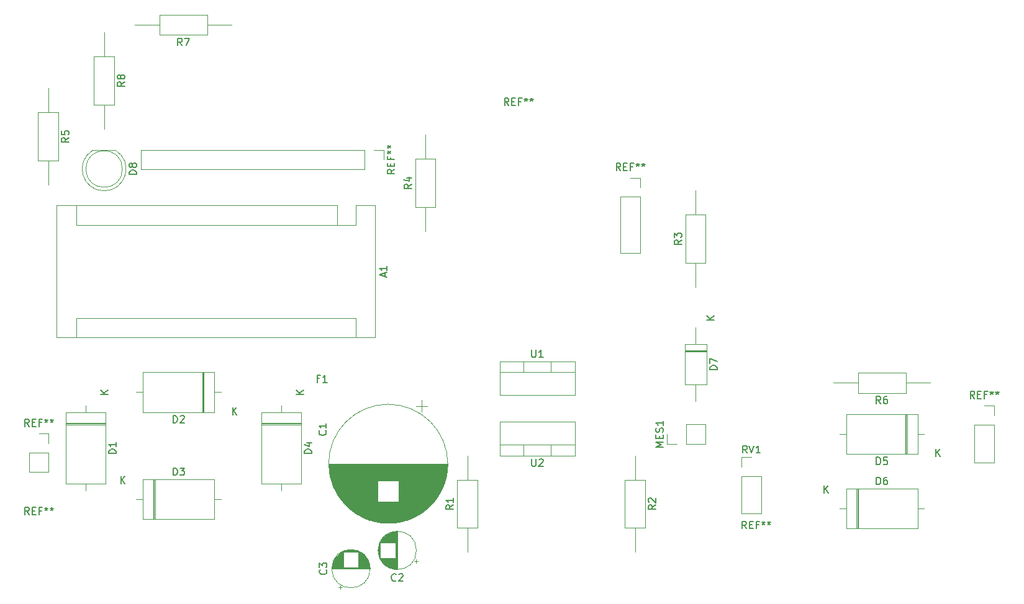
<source format=gbr>
%TF.GenerationSoftware,KiCad,Pcbnew,(6.0.5)*%
%TF.CreationDate,2022-12-29T23:16:15-04:00*%
%TF.ProjectId,Alimentation project,416c696d-656e-4746-9174-696f6e207072,rev?*%
%TF.SameCoordinates,Original*%
%TF.FileFunction,Legend,Top*%
%TF.FilePolarity,Positive*%
%FSLAX46Y46*%
G04 Gerber Fmt 4.6, Leading zero omitted, Abs format (unit mm)*
G04 Created by KiCad (PCBNEW (6.0.5)) date 2022-12-29 23:16:15*
%MOMM*%
%LPD*%
G01*
G04 APERTURE LIST*
%ADD10C,0.150000*%
%ADD11C,0.120000*%
G04 APERTURE END LIST*
D10*
%TO.C,MES1*%
X126392380Y-109688095D02*
X125392380Y-109688095D01*
X126106666Y-109354761D01*
X125392380Y-109021428D01*
X126392380Y-109021428D01*
X125868571Y-108545238D02*
X125868571Y-108211904D01*
X126392380Y-108069047D02*
X126392380Y-108545238D01*
X125392380Y-108545238D01*
X125392380Y-108069047D01*
X126344761Y-107688095D02*
X126392380Y-107545238D01*
X126392380Y-107307142D01*
X126344761Y-107211904D01*
X126297142Y-107164285D01*
X126201904Y-107116666D01*
X126106666Y-107116666D01*
X126011428Y-107164285D01*
X125963809Y-107211904D01*
X125916190Y-107307142D01*
X125868571Y-107497619D01*
X125820952Y-107592857D01*
X125773333Y-107640476D01*
X125678095Y-107688095D01*
X125582857Y-107688095D01*
X125487619Y-107640476D01*
X125440000Y-107592857D01*
X125392380Y-107497619D01*
X125392380Y-107259523D01*
X125440000Y-107116666D01*
X126392380Y-106164285D02*
X126392380Y-106735714D01*
X126392380Y-106450000D02*
X125392380Y-106450000D01*
X125535238Y-106545238D01*
X125630476Y-106640476D01*
X125678095Y-106735714D01*
%TO.C,REF\u002A\u002A*%
X120586666Y-71977380D02*
X120253333Y-71501190D01*
X120015238Y-71977380D02*
X120015238Y-70977380D01*
X120396190Y-70977380D01*
X120491428Y-71025000D01*
X120539047Y-71072619D01*
X120586666Y-71167857D01*
X120586666Y-71310714D01*
X120539047Y-71405952D01*
X120491428Y-71453571D01*
X120396190Y-71501190D01*
X120015238Y-71501190D01*
X121015238Y-71453571D02*
X121348571Y-71453571D01*
X121491428Y-71977380D02*
X121015238Y-71977380D01*
X121015238Y-70977380D01*
X121491428Y-70977380D01*
X122253333Y-71453571D02*
X121920000Y-71453571D01*
X121920000Y-71977380D02*
X121920000Y-70977380D01*
X122396190Y-70977380D01*
X122920000Y-70977380D02*
X122920000Y-71215476D01*
X122681904Y-71120238D02*
X122920000Y-71215476D01*
X123158095Y-71120238D01*
X122777142Y-71405952D02*
X122920000Y-71215476D01*
X123062857Y-71405952D01*
X123681904Y-70977380D02*
X123681904Y-71215476D01*
X123443809Y-71120238D02*
X123681904Y-71215476D01*
X123920000Y-71120238D01*
X123539047Y-71405952D02*
X123681904Y-71215476D01*
X123824761Y-71405952D01*
X105346666Y-63062380D02*
X105013333Y-62586190D01*
X104775238Y-63062380D02*
X104775238Y-62062380D01*
X105156190Y-62062380D01*
X105251428Y-62110000D01*
X105299047Y-62157619D01*
X105346666Y-62252857D01*
X105346666Y-62395714D01*
X105299047Y-62490952D01*
X105251428Y-62538571D01*
X105156190Y-62586190D01*
X104775238Y-62586190D01*
X105775238Y-62538571D02*
X106108571Y-62538571D01*
X106251428Y-63062380D02*
X105775238Y-63062380D01*
X105775238Y-62062380D01*
X106251428Y-62062380D01*
X107013333Y-62538571D02*
X106680000Y-62538571D01*
X106680000Y-63062380D02*
X106680000Y-62062380D01*
X107156190Y-62062380D01*
X107680000Y-62062380D02*
X107680000Y-62300476D01*
X107441904Y-62205238D02*
X107680000Y-62300476D01*
X107918095Y-62205238D01*
X107537142Y-62490952D02*
X107680000Y-62300476D01*
X107822857Y-62490952D01*
X108441904Y-62062380D02*
X108441904Y-62300476D01*
X108203809Y-62205238D02*
X108441904Y-62300476D01*
X108680000Y-62205238D01*
X108299047Y-62490952D02*
X108441904Y-62300476D01*
X108584761Y-62490952D01*
%TO.C,U1*%
X108458095Y-96457380D02*
X108458095Y-97266904D01*
X108505714Y-97362142D01*
X108553333Y-97409761D01*
X108648571Y-97457380D01*
X108839047Y-97457380D01*
X108934285Y-97409761D01*
X108981904Y-97362142D01*
X109029523Y-97266904D01*
X109029523Y-96457380D01*
X110029523Y-97457380D02*
X109458095Y-97457380D01*
X109743809Y-97457380D02*
X109743809Y-96457380D01*
X109648571Y-96600238D01*
X109553333Y-96695476D01*
X109458095Y-96743095D01*
%TO.C,RV1*%
X137834761Y-110532380D02*
X137501428Y-110056190D01*
X137263333Y-110532380D02*
X137263333Y-109532380D01*
X137644285Y-109532380D01*
X137739523Y-109580000D01*
X137787142Y-109627619D01*
X137834761Y-109722857D01*
X137834761Y-109865714D01*
X137787142Y-109960952D01*
X137739523Y-110008571D01*
X137644285Y-110056190D01*
X137263333Y-110056190D01*
X138120476Y-109532380D02*
X138453809Y-110532380D01*
X138787142Y-109532380D01*
X139644285Y-110532380D02*
X139072857Y-110532380D01*
X139358571Y-110532380D02*
X139358571Y-109532380D01*
X139263333Y-109675238D01*
X139168095Y-109770476D01*
X139072857Y-109818095D01*
%TO.C,D3*%
X59586904Y-113572380D02*
X59586904Y-112572380D01*
X59825000Y-112572380D01*
X59967857Y-112620000D01*
X60063095Y-112715238D01*
X60110714Y-112810476D01*
X60158333Y-113000952D01*
X60158333Y-113143809D01*
X60110714Y-113334285D01*
X60063095Y-113429523D01*
X59967857Y-113524761D01*
X59825000Y-113572380D01*
X59586904Y-113572380D01*
X60491666Y-112572380D02*
X61110714Y-112572380D01*
X60777380Y-112953333D01*
X60920238Y-112953333D01*
X61015476Y-113000952D01*
X61063095Y-113048571D01*
X61110714Y-113143809D01*
X61110714Y-113381904D01*
X61063095Y-113477142D01*
X61015476Y-113524761D01*
X60920238Y-113572380D01*
X60634523Y-113572380D01*
X60539285Y-113524761D01*
X60491666Y-113477142D01*
X52443095Y-114692380D02*
X52443095Y-113692380D01*
X53014523Y-114692380D02*
X52585952Y-114120952D01*
X53014523Y-113692380D02*
X52443095Y-114263809D01*
%TO.C,R3*%
X128892380Y-81446666D02*
X128416190Y-81780000D01*
X128892380Y-82018095D02*
X127892380Y-82018095D01*
X127892380Y-81637142D01*
X127940000Y-81541904D01*
X127987619Y-81494285D01*
X128082857Y-81446666D01*
X128225714Y-81446666D01*
X128320952Y-81494285D01*
X128368571Y-81541904D01*
X128416190Y-81637142D01*
X128416190Y-82018095D01*
X127892380Y-81113333D02*
X127892380Y-80494285D01*
X128273333Y-80827619D01*
X128273333Y-80684761D01*
X128320952Y-80589523D01*
X128368571Y-80541904D01*
X128463809Y-80494285D01*
X128701904Y-80494285D01*
X128797142Y-80541904D01*
X128844761Y-80589523D01*
X128892380Y-80684761D01*
X128892380Y-80970476D01*
X128844761Y-81065714D01*
X128797142Y-81113333D01*
%TO.C,R1*%
X97777380Y-117641666D02*
X97301190Y-117975000D01*
X97777380Y-118213095D02*
X96777380Y-118213095D01*
X96777380Y-117832142D01*
X96825000Y-117736904D01*
X96872619Y-117689285D01*
X96967857Y-117641666D01*
X97110714Y-117641666D01*
X97205952Y-117689285D01*
X97253571Y-117736904D01*
X97301190Y-117832142D01*
X97301190Y-118213095D01*
X97777380Y-116689285D02*
X97777380Y-117260714D01*
X97777380Y-116975000D02*
X96777380Y-116975000D01*
X96920238Y-117070238D01*
X97015476Y-117165476D01*
X97063095Y-117260714D01*
%TO.C,D7*%
X133732380Y-99163095D02*
X132732380Y-99163095D01*
X132732380Y-98925000D01*
X132780000Y-98782142D01*
X132875238Y-98686904D01*
X132970476Y-98639285D01*
X133160952Y-98591666D01*
X133303809Y-98591666D01*
X133494285Y-98639285D01*
X133589523Y-98686904D01*
X133684761Y-98782142D01*
X133732380Y-98925000D01*
X133732380Y-99163095D01*
X132732380Y-98258333D02*
X132732380Y-97591666D01*
X133732380Y-98020238D01*
X133362380Y-92336904D02*
X132362380Y-92336904D01*
X133362380Y-91765476D02*
X132790952Y-92194047D01*
X132362380Y-91765476D02*
X132933809Y-92336904D01*
%TO.C,REF\u002A\u002A*%
X89762380Y-71818333D02*
X89286190Y-72151666D01*
X89762380Y-72389761D02*
X88762380Y-72389761D01*
X88762380Y-72008809D01*
X88810000Y-71913571D01*
X88857619Y-71865952D01*
X88952857Y-71818333D01*
X89095714Y-71818333D01*
X89190952Y-71865952D01*
X89238571Y-71913571D01*
X89286190Y-72008809D01*
X89286190Y-72389761D01*
X89238571Y-71389761D02*
X89238571Y-71056428D01*
X89762380Y-70913571D02*
X89762380Y-71389761D01*
X88762380Y-71389761D01*
X88762380Y-70913571D01*
X89238571Y-70151666D02*
X89238571Y-70485000D01*
X89762380Y-70485000D02*
X88762380Y-70485000D01*
X88762380Y-70008809D01*
X88762380Y-69485000D02*
X89000476Y-69485000D01*
X88905238Y-69723095D02*
X89000476Y-69485000D01*
X88905238Y-69246904D01*
X89190952Y-69627857D02*
X89000476Y-69485000D01*
X89190952Y-69342142D01*
X88762380Y-68723095D02*
X89000476Y-68723095D01*
X88905238Y-68961190D02*
X89000476Y-68723095D01*
X88905238Y-68485000D01*
X89190952Y-68865952D02*
X89000476Y-68723095D01*
X89190952Y-68580238D01*
%TO.C,C1*%
X80367142Y-107481666D02*
X80414761Y-107529285D01*
X80462380Y-107672142D01*
X80462380Y-107767380D01*
X80414761Y-107910238D01*
X80319523Y-108005476D01*
X80224285Y-108053095D01*
X80033809Y-108100714D01*
X79890952Y-108100714D01*
X79700476Y-108053095D01*
X79605238Y-108005476D01*
X79510000Y-107910238D01*
X79462380Y-107767380D01*
X79462380Y-107672142D01*
X79510000Y-107529285D01*
X79557619Y-107481666D01*
X80462380Y-106529285D02*
X80462380Y-107100714D01*
X80462380Y-106815000D02*
X79462380Y-106815000D01*
X79605238Y-106910238D01*
X79700476Y-107005476D01*
X79748095Y-107100714D01*
%TO.C,R8*%
X52987380Y-59856666D02*
X52511190Y-60190000D01*
X52987380Y-60428095D02*
X51987380Y-60428095D01*
X51987380Y-60047142D01*
X52035000Y-59951904D01*
X52082619Y-59904285D01*
X52177857Y-59856666D01*
X52320714Y-59856666D01*
X52415952Y-59904285D01*
X52463571Y-59951904D01*
X52511190Y-60047142D01*
X52511190Y-60428095D01*
X52415952Y-59285238D02*
X52368333Y-59380476D01*
X52320714Y-59428095D01*
X52225476Y-59475714D01*
X52177857Y-59475714D01*
X52082619Y-59428095D01*
X52035000Y-59380476D01*
X51987380Y-59285238D01*
X51987380Y-59094761D01*
X52035000Y-58999523D01*
X52082619Y-58951904D01*
X52177857Y-58904285D01*
X52225476Y-58904285D01*
X52320714Y-58951904D01*
X52368333Y-58999523D01*
X52415952Y-59094761D01*
X52415952Y-59285238D01*
X52463571Y-59380476D01*
X52511190Y-59428095D01*
X52606428Y-59475714D01*
X52796904Y-59475714D01*
X52892142Y-59428095D01*
X52939761Y-59380476D01*
X52987380Y-59285238D01*
X52987380Y-59094761D01*
X52939761Y-58999523D01*
X52892142Y-58951904D01*
X52796904Y-58904285D01*
X52606428Y-58904285D01*
X52511190Y-58951904D01*
X52463571Y-58999523D01*
X52415952Y-59094761D01*
%TO.C,REF\u002A\u002A*%
X39941666Y-118942380D02*
X39608333Y-118466190D01*
X39370238Y-118942380D02*
X39370238Y-117942380D01*
X39751190Y-117942380D01*
X39846428Y-117990000D01*
X39894047Y-118037619D01*
X39941666Y-118132857D01*
X39941666Y-118275714D01*
X39894047Y-118370952D01*
X39846428Y-118418571D01*
X39751190Y-118466190D01*
X39370238Y-118466190D01*
X40370238Y-118418571D02*
X40703571Y-118418571D01*
X40846428Y-118942380D02*
X40370238Y-118942380D01*
X40370238Y-117942380D01*
X40846428Y-117942380D01*
X41608333Y-118418571D02*
X41275000Y-118418571D01*
X41275000Y-118942380D02*
X41275000Y-117942380D01*
X41751190Y-117942380D01*
X42275000Y-117942380D02*
X42275000Y-118180476D01*
X42036904Y-118085238D02*
X42275000Y-118180476D01*
X42513095Y-118085238D01*
X42132142Y-118370952D02*
X42275000Y-118180476D01*
X42417857Y-118370952D01*
X43036904Y-117942380D02*
X43036904Y-118180476D01*
X42798809Y-118085238D02*
X43036904Y-118180476D01*
X43275000Y-118085238D01*
X42894047Y-118370952D02*
X43036904Y-118180476D01*
X43179761Y-118370952D01*
%TO.C,U2*%
X108458095Y-111347380D02*
X108458095Y-112156904D01*
X108505714Y-112252142D01*
X108553333Y-112299761D01*
X108648571Y-112347380D01*
X108839047Y-112347380D01*
X108934285Y-112299761D01*
X108981904Y-112252142D01*
X109029523Y-112156904D01*
X109029523Y-111347380D01*
X109458095Y-111442619D02*
X109505714Y-111395000D01*
X109600952Y-111347380D01*
X109839047Y-111347380D01*
X109934285Y-111395000D01*
X109981904Y-111442619D01*
X110029523Y-111537857D01*
X110029523Y-111633095D01*
X109981904Y-111775952D01*
X109410476Y-112347380D01*
X110029523Y-112347380D01*
%TO.C,C2*%
X89958446Y-127932142D02*
X89910827Y-127979761D01*
X89767970Y-128027380D01*
X89672732Y-128027380D01*
X89529874Y-127979761D01*
X89434636Y-127884523D01*
X89387017Y-127789285D01*
X89339398Y-127598809D01*
X89339398Y-127455952D01*
X89387017Y-127265476D01*
X89434636Y-127170238D01*
X89529874Y-127075000D01*
X89672732Y-127027380D01*
X89767970Y-127027380D01*
X89910827Y-127075000D01*
X89958446Y-127122619D01*
X90339398Y-127122619D02*
X90387017Y-127075000D01*
X90482255Y-127027380D01*
X90720351Y-127027380D01*
X90815589Y-127075000D01*
X90863208Y-127122619D01*
X90910827Y-127217857D01*
X90910827Y-127313095D01*
X90863208Y-127455952D01*
X90291779Y-128027380D01*
X90910827Y-128027380D01*
%TO.C,D1*%
X51797380Y-110593095D02*
X50797380Y-110593095D01*
X50797380Y-110355000D01*
X50845000Y-110212142D01*
X50940238Y-110116904D01*
X51035476Y-110069285D01*
X51225952Y-110021666D01*
X51368809Y-110021666D01*
X51559285Y-110069285D01*
X51654523Y-110116904D01*
X51749761Y-110212142D01*
X51797380Y-110355000D01*
X51797380Y-110593095D01*
X51797380Y-109069285D02*
X51797380Y-109640714D01*
X51797380Y-109355000D02*
X50797380Y-109355000D01*
X50940238Y-109450238D01*
X51035476Y-109545476D01*
X51083095Y-109640714D01*
X50677380Y-102496904D02*
X49677380Y-102496904D01*
X50677380Y-101925476D02*
X50105952Y-102354047D01*
X49677380Y-101925476D02*
X50248809Y-102496904D01*
%TO.C,C3*%
X80427142Y-126486779D02*
X80474761Y-126534398D01*
X80522380Y-126677255D01*
X80522380Y-126772493D01*
X80474761Y-126915351D01*
X80379523Y-127010589D01*
X80284285Y-127058208D01*
X80093809Y-127105827D01*
X79950952Y-127105827D01*
X79760476Y-127058208D01*
X79665238Y-127010589D01*
X79570000Y-126915351D01*
X79522380Y-126772493D01*
X79522380Y-126677255D01*
X79570000Y-126534398D01*
X79617619Y-126486779D01*
X79522380Y-126153446D02*
X79522380Y-125534398D01*
X79903333Y-125867732D01*
X79903333Y-125724874D01*
X79950952Y-125629636D01*
X79998571Y-125582017D01*
X80093809Y-125534398D01*
X80331904Y-125534398D01*
X80427142Y-125582017D01*
X80474761Y-125629636D01*
X80522380Y-125724874D01*
X80522380Y-126010589D01*
X80474761Y-126105827D01*
X80427142Y-126153446D01*
%TO.C,A1*%
X88431666Y-86449285D02*
X88431666Y-85973095D01*
X88717380Y-86544523D02*
X87717380Y-86211190D01*
X88717380Y-85877857D01*
X88717380Y-85020714D02*
X88717380Y-85592142D01*
X88717380Y-85306428D02*
X87717380Y-85306428D01*
X87860238Y-85401666D01*
X87955476Y-85496904D01*
X88003095Y-85592142D01*
%TO.C,D2*%
X59586904Y-106407380D02*
X59586904Y-105407380D01*
X59825000Y-105407380D01*
X59967857Y-105455000D01*
X60063095Y-105550238D01*
X60110714Y-105645476D01*
X60158333Y-105835952D01*
X60158333Y-105978809D01*
X60110714Y-106169285D01*
X60063095Y-106264523D01*
X59967857Y-106359761D01*
X59825000Y-106407380D01*
X59586904Y-106407380D01*
X60539285Y-105502619D02*
X60586904Y-105455000D01*
X60682142Y-105407380D01*
X60920238Y-105407380D01*
X61015476Y-105455000D01*
X61063095Y-105502619D01*
X61110714Y-105597857D01*
X61110714Y-105693095D01*
X61063095Y-105835952D01*
X60491666Y-106407380D01*
X61110714Y-106407380D01*
X67683095Y-105287380D02*
X67683095Y-104287380D01*
X68254523Y-105287380D02*
X67825952Y-104715952D01*
X68254523Y-104287380D02*
X67683095Y-104858809D01*
%TO.C,R7*%
X60793333Y-54892380D02*
X60460000Y-54416190D01*
X60221904Y-54892380D02*
X60221904Y-53892380D01*
X60602857Y-53892380D01*
X60698095Y-53940000D01*
X60745714Y-53987619D01*
X60793333Y-54082857D01*
X60793333Y-54225714D01*
X60745714Y-54320952D01*
X60698095Y-54368571D01*
X60602857Y-54416190D01*
X60221904Y-54416190D01*
X61126666Y-53892380D02*
X61793333Y-53892380D01*
X61364761Y-54892380D01*
%TO.C,REF\u002A\u002A*%
X168846666Y-103092380D02*
X168513333Y-102616190D01*
X168275238Y-103092380D02*
X168275238Y-102092380D01*
X168656190Y-102092380D01*
X168751428Y-102140000D01*
X168799047Y-102187619D01*
X168846666Y-102282857D01*
X168846666Y-102425714D01*
X168799047Y-102520952D01*
X168751428Y-102568571D01*
X168656190Y-102616190D01*
X168275238Y-102616190D01*
X169275238Y-102568571D02*
X169608571Y-102568571D01*
X169751428Y-103092380D02*
X169275238Y-103092380D01*
X169275238Y-102092380D01*
X169751428Y-102092380D01*
X170513333Y-102568571D02*
X170180000Y-102568571D01*
X170180000Y-103092380D02*
X170180000Y-102092380D01*
X170656190Y-102092380D01*
X171180000Y-102092380D02*
X171180000Y-102330476D01*
X170941904Y-102235238D02*
X171180000Y-102330476D01*
X171418095Y-102235238D01*
X171037142Y-102520952D02*
X171180000Y-102330476D01*
X171322857Y-102520952D01*
X171941904Y-102092380D02*
X171941904Y-102330476D01*
X171703809Y-102235238D02*
X171941904Y-102330476D01*
X172180000Y-102235238D01*
X171799047Y-102520952D02*
X171941904Y-102330476D01*
X172084761Y-102520952D01*
%TO.C,R2*%
X125377380Y-117641666D02*
X124901190Y-117975000D01*
X125377380Y-118213095D02*
X124377380Y-118213095D01*
X124377380Y-117832142D01*
X124425000Y-117736904D01*
X124472619Y-117689285D01*
X124567857Y-117641666D01*
X124710714Y-117641666D01*
X124805952Y-117689285D01*
X124853571Y-117736904D01*
X124901190Y-117832142D01*
X124901190Y-118213095D01*
X124472619Y-117260714D02*
X124425000Y-117213095D01*
X124377380Y-117117857D01*
X124377380Y-116879761D01*
X124425000Y-116784523D01*
X124472619Y-116736904D01*
X124567857Y-116689285D01*
X124663095Y-116689285D01*
X124805952Y-116736904D01*
X125377380Y-117308333D01*
X125377380Y-116689285D01*
%TO.C,R6*%
X156043333Y-103787380D02*
X155710000Y-103311190D01*
X155471904Y-103787380D02*
X155471904Y-102787380D01*
X155852857Y-102787380D01*
X155948095Y-102835000D01*
X155995714Y-102882619D01*
X156043333Y-102977857D01*
X156043333Y-103120714D01*
X155995714Y-103215952D01*
X155948095Y-103263571D01*
X155852857Y-103311190D01*
X155471904Y-103311190D01*
X156900476Y-102787380D02*
X156710000Y-102787380D01*
X156614761Y-102835000D01*
X156567142Y-102882619D01*
X156471904Y-103025476D01*
X156424285Y-103215952D01*
X156424285Y-103596904D01*
X156471904Y-103692142D01*
X156519523Y-103739761D01*
X156614761Y-103787380D01*
X156805238Y-103787380D01*
X156900476Y-103739761D01*
X156948095Y-103692142D01*
X156995714Y-103596904D01*
X156995714Y-103358809D01*
X156948095Y-103263571D01*
X156900476Y-103215952D01*
X156805238Y-103168333D01*
X156614761Y-103168333D01*
X156519523Y-103215952D01*
X156471904Y-103263571D01*
X156424285Y-103358809D01*
%TO.C,F1*%
X79526666Y-100358571D02*
X79193333Y-100358571D01*
X79193333Y-100882380D02*
X79193333Y-99882380D01*
X79669523Y-99882380D01*
X80574285Y-100882380D02*
X80002857Y-100882380D01*
X80288571Y-100882380D02*
X80288571Y-99882380D01*
X80193333Y-100025238D01*
X80098095Y-100120476D01*
X80002857Y-100168095D01*
%TO.C,D5*%
X155471904Y-112122380D02*
X155471904Y-111122380D01*
X155710000Y-111122380D01*
X155852857Y-111170000D01*
X155948095Y-111265238D01*
X155995714Y-111360476D01*
X156043333Y-111550952D01*
X156043333Y-111693809D01*
X155995714Y-111884285D01*
X155948095Y-111979523D01*
X155852857Y-112074761D01*
X155710000Y-112122380D01*
X155471904Y-112122380D01*
X156948095Y-111122380D02*
X156471904Y-111122380D01*
X156424285Y-111598571D01*
X156471904Y-111550952D01*
X156567142Y-111503333D01*
X156805238Y-111503333D01*
X156900476Y-111550952D01*
X156948095Y-111598571D01*
X156995714Y-111693809D01*
X156995714Y-111931904D01*
X156948095Y-112027142D01*
X156900476Y-112074761D01*
X156805238Y-112122380D01*
X156567142Y-112122380D01*
X156471904Y-112074761D01*
X156424285Y-112027142D01*
X163568095Y-111002380D02*
X163568095Y-110002380D01*
X164139523Y-111002380D02*
X163710952Y-110430952D01*
X164139523Y-110002380D02*
X163568095Y-110573809D01*
%TO.C,D6*%
X155471904Y-114842380D02*
X155471904Y-113842380D01*
X155710000Y-113842380D01*
X155852857Y-113890000D01*
X155948095Y-113985238D01*
X155995714Y-114080476D01*
X156043333Y-114270952D01*
X156043333Y-114413809D01*
X155995714Y-114604285D01*
X155948095Y-114699523D01*
X155852857Y-114794761D01*
X155710000Y-114842380D01*
X155471904Y-114842380D01*
X156900476Y-113842380D02*
X156710000Y-113842380D01*
X156614761Y-113890000D01*
X156567142Y-113937619D01*
X156471904Y-114080476D01*
X156424285Y-114270952D01*
X156424285Y-114651904D01*
X156471904Y-114747142D01*
X156519523Y-114794761D01*
X156614761Y-114842380D01*
X156805238Y-114842380D01*
X156900476Y-114794761D01*
X156948095Y-114747142D01*
X156995714Y-114651904D01*
X156995714Y-114413809D01*
X156948095Y-114318571D01*
X156900476Y-114270952D01*
X156805238Y-114223333D01*
X156614761Y-114223333D01*
X156519523Y-114270952D01*
X156471904Y-114318571D01*
X156424285Y-114413809D01*
X148328095Y-115962380D02*
X148328095Y-114962380D01*
X148899523Y-115962380D02*
X148470952Y-115390952D01*
X148899523Y-114962380D02*
X148328095Y-115533809D01*
%TO.C,D4*%
X78467380Y-110593095D02*
X77467380Y-110593095D01*
X77467380Y-110355000D01*
X77515000Y-110212142D01*
X77610238Y-110116904D01*
X77705476Y-110069285D01*
X77895952Y-110021666D01*
X78038809Y-110021666D01*
X78229285Y-110069285D01*
X78324523Y-110116904D01*
X78419761Y-110212142D01*
X78467380Y-110355000D01*
X78467380Y-110593095D01*
X77800714Y-109164523D02*
X78467380Y-109164523D01*
X77419761Y-109402619D02*
X78134047Y-109640714D01*
X78134047Y-109021666D01*
X77347380Y-102496904D02*
X76347380Y-102496904D01*
X77347380Y-101925476D02*
X76775952Y-102354047D01*
X76347380Y-101925476D02*
X76918809Y-102496904D01*
%TO.C,D8*%
X54577380Y-72493095D02*
X53577380Y-72493095D01*
X53577380Y-72255000D01*
X53625000Y-72112142D01*
X53720238Y-72016904D01*
X53815476Y-71969285D01*
X54005952Y-71921666D01*
X54148809Y-71921666D01*
X54339285Y-71969285D01*
X54434523Y-72016904D01*
X54529761Y-72112142D01*
X54577380Y-72255000D01*
X54577380Y-72493095D01*
X54005952Y-71350238D02*
X53958333Y-71445476D01*
X53910714Y-71493095D01*
X53815476Y-71540714D01*
X53767857Y-71540714D01*
X53672619Y-71493095D01*
X53625000Y-71445476D01*
X53577380Y-71350238D01*
X53577380Y-71159761D01*
X53625000Y-71064523D01*
X53672619Y-71016904D01*
X53767857Y-70969285D01*
X53815476Y-70969285D01*
X53910714Y-71016904D01*
X53958333Y-71064523D01*
X54005952Y-71159761D01*
X54005952Y-71350238D01*
X54053571Y-71445476D01*
X54101190Y-71493095D01*
X54196428Y-71540714D01*
X54386904Y-71540714D01*
X54482142Y-71493095D01*
X54529761Y-71445476D01*
X54577380Y-71350238D01*
X54577380Y-71159761D01*
X54529761Y-71064523D01*
X54482142Y-71016904D01*
X54386904Y-70969285D01*
X54196428Y-70969285D01*
X54101190Y-71016904D01*
X54053571Y-71064523D01*
X54005952Y-71159761D01*
%TO.C,R4*%
X92062380Y-73826666D02*
X91586190Y-74160000D01*
X92062380Y-74398095D02*
X91062380Y-74398095D01*
X91062380Y-74017142D01*
X91110000Y-73921904D01*
X91157619Y-73874285D01*
X91252857Y-73826666D01*
X91395714Y-73826666D01*
X91490952Y-73874285D01*
X91538571Y-73921904D01*
X91586190Y-74017142D01*
X91586190Y-74398095D01*
X91395714Y-72969523D02*
X92062380Y-72969523D01*
X91014761Y-73207619D02*
X91729047Y-73445714D01*
X91729047Y-72826666D01*
%TO.C,REF\u002A\u002A*%
X39941666Y-106902380D02*
X39608333Y-106426190D01*
X39370238Y-106902380D02*
X39370238Y-105902380D01*
X39751190Y-105902380D01*
X39846428Y-105950000D01*
X39894047Y-105997619D01*
X39941666Y-106092857D01*
X39941666Y-106235714D01*
X39894047Y-106330952D01*
X39846428Y-106378571D01*
X39751190Y-106426190D01*
X39370238Y-106426190D01*
X40370238Y-106378571D02*
X40703571Y-106378571D01*
X40846428Y-106902380D02*
X40370238Y-106902380D01*
X40370238Y-105902380D01*
X40846428Y-105902380D01*
X41608333Y-106378571D02*
X41275000Y-106378571D01*
X41275000Y-106902380D02*
X41275000Y-105902380D01*
X41751190Y-105902380D01*
X42275000Y-105902380D02*
X42275000Y-106140476D01*
X42036904Y-106045238D02*
X42275000Y-106140476D01*
X42513095Y-106045238D01*
X42132142Y-106330952D02*
X42275000Y-106140476D01*
X42417857Y-106330952D01*
X43036904Y-105902380D02*
X43036904Y-106140476D01*
X42798809Y-106045238D02*
X43036904Y-106140476D01*
X43275000Y-106045238D01*
X42894047Y-106330952D02*
X43036904Y-106140476D01*
X43179761Y-106330952D01*
X137731666Y-120847380D02*
X137398333Y-120371190D01*
X137160238Y-120847380D02*
X137160238Y-119847380D01*
X137541190Y-119847380D01*
X137636428Y-119895000D01*
X137684047Y-119942619D01*
X137731666Y-120037857D01*
X137731666Y-120180714D01*
X137684047Y-120275952D01*
X137636428Y-120323571D01*
X137541190Y-120371190D01*
X137160238Y-120371190D01*
X138160238Y-120323571D02*
X138493571Y-120323571D01*
X138636428Y-120847380D02*
X138160238Y-120847380D01*
X138160238Y-119847380D01*
X138636428Y-119847380D01*
X139398333Y-120323571D02*
X139065000Y-120323571D01*
X139065000Y-120847380D02*
X139065000Y-119847380D01*
X139541190Y-119847380D01*
X140065000Y-119847380D02*
X140065000Y-120085476D01*
X139826904Y-119990238D02*
X140065000Y-120085476D01*
X140303095Y-119990238D01*
X139922142Y-120275952D02*
X140065000Y-120085476D01*
X140207857Y-120275952D01*
X140826904Y-119847380D02*
X140826904Y-120085476D01*
X140588809Y-119990238D02*
X140826904Y-120085476D01*
X141065000Y-119990238D01*
X140684047Y-120275952D02*
X140826904Y-120085476D01*
X140969761Y-120275952D01*
%TO.C,R5*%
X45367380Y-67476666D02*
X44891190Y-67810000D01*
X45367380Y-68048095D02*
X44367380Y-68048095D01*
X44367380Y-67667142D01*
X44415000Y-67571904D01*
X44462619Y-67524285D01*
X44557857Y-67476666D01*
X44700714Y-67476666D01*
X44795952Y-67524285D01*
X44843571Y-67571904D01*
X44891190Y-67667142D01*
X44891190Y-68048095D01*
X44367380Y-66571904D02*
X44367380Y-67048095D01*
X44843571Y-67095714D01*
X44795952Y-67048095D01*
X44748333Y-66952857D01*
X44748333Y-66714761D01*
X44795952Y-66619523D01*
X44843571Y-66571904D01*
X44938809Y-66524285D01*
X45176904Y-66524285D01*
X45272142Y-66571904D01*
X45319761Y-66619523D01*
X45367380Y-66714761D01*
X45367380Y-66952857D01*
X45319761Y-67048095D01*
X45272142Y-67095714D01*
D11*
%TO.C,MES1*%
X129540000Y-109280000D02*
X132140000Y-109280000D01*
X132140000Y-109280000D02*
X132140000Y-106620000D01*
X129540000Y-106620000D02*
X132140000Y-106620000D01*
X128270000Y-109280000D02*
X126940000Y-109280000D01*
X126940000Y-109280000D02*
X126940000Y-107950000D01*
X129540000Y-109280000D02*
X129540000Y-106620000D01*
%TO.C,REF\u002A\u002A*%
X120590000Y-83245000D02*
X123250000Y-83245000D01*
X120590000Y-75565000D02*
X120590000Y-83245000D01*
X123250000Y-75565000D02*
X123250000Y-83245000D01*
X121920000Y-72965000D02*
X123250000Y-72965000D01*
X123250000Y-72965000D02*
X123250000Y-74295000D01*
X120590000Y-75565000D02*
X123250000Y-75565000D01*
%TO.C,U1*%
X114340000Y-98005000D02*
X114340000Y-102646000D01*
X104100000Y-99515000D02*
X114340000Y-99515000D01*
X104100000Y-102646000D02*
X114340000Y-102646000D01*
X111071000Y-98005000D02*
X111071000Y-99515000D01*
X104100000Y-98005000D02*
X104100000Y-102646000D01*
X104100000Y-98005000D02*
X114340000Y-98005000D01*
X107370000Y-98005000D02*
X107370000Y-99515000D01*
%TO.C,RV1*%
X137100000Y-113680000D02*
X139760000Y-113680000D01*
X137100000Y-118820000D02*
X139760000Y-118820000D01*
X137100000Y-111080000D02*
X138430000Y-111080000D01*
X139760000Y-113680000D02*
X139760000Y-118820000D01*
X137100000Y-112410000D02*
X137100000Y-111080000D01*
X137100000Y-113680000D02*
X137100000Y-118820000D01*
%TO.C,D3*%
X55455000Y-119560000D02*
X65195000Y-119560000D01*
X55455000Y-114120000D02*
X55455000Y-119560000D01*
X65195000Y-119560000D02*
X65195000Y-114120000D01*
X57000000Y-114120000D02*
X57000000Y-119560000D01*
X65195000Y-114120000D02*
X55455000Y-114120000D01*
X56880000Y-114120000D02*
X56880000Y-119560000D01*
X54545000Y-116840000D02*
X55455000Y-116840000D01*
X66105000Y-116840000D02*
X65195000Y-116840000D01*
X57120000Y-114120000D02*
X57120000Y-119560000D01*
%TO.C,R3*%
X129440000Y-78010000D02*
X129440000Y-84550000D01*
X130810000Y-74700000D02*
X130810000Y-78010000D01*
X130810000Y-87860000D02*
X130810000Y-84550000D01*
X129440000Y-84550000D02*
X132180000Y-84550000D01*
X132180000Y-78010000D02*
X129440000Y-78010000D01*
X132180000Y-84550000D02*
X132180000Y-78010000D01*
%TO.C,R1*%
X98325000Y-120745000D02*
X101065000Y-120745000D01*
X99695000Y-124055000D02*
X99695000Y-120745000D01*
X101065000Y-114205000D02*
X98325000Y-114205000D01*
X101065000Y-120745000D02*
X101065000Y-114205000D01*
X99695000Y-110895000D02*
X99695000Y-114205000D01*
X98325000Y-114205000D02*
X98325000Y-120745000D01*
%TO.C,D7*%
X132280000Y-96485000D02*
X129340000Y-96485000D01*
X129340000Y-101145000D02*
X132280000Y-101145000D01*
X130810000Y-93415000D02*
X130810000Y-95705000D01*
X132280000Y-95705000D02*
X129340000Y-95705000D01*
X129340000Y-95705000D02*
X129340000Y-101145000D01*
X132280000Y-96605000D02*
X129340000Y-96605000D01*
X130810000Y-103435000D02*
X130810000Y-101145000D01*
X132280000Y-101145000D02*
X132280000Y-95705000D01*
X132280000Y-96725000D02*
X129340000Y-96725000D01*
%TO.C,REF\u002A\u002A*%
X85710000Y-71815000D02*
X55170000Y-71815000D01*
X88310000Y-69155000D02*
X88310000Y-70485000D01*
X86980000Y-69155000D02*
X88310000Y-69155000D01*
X85710000Y-69155000D02*
X85710000Y-71815000D01*
X85710000Y-69155000D02*
X55170000Y-69155000D01*
X55170000Y-69155000D02*
X55170000Y-71815000D01*
%TO.C,C1*%
X87460000Y-114358246D02*
X81170000Y-114358246D01*
X87460000Y-116878246D02*
X82450000Y-116878246D01*
X87460000Y-115918246D02*
X81828000Y-115918246D01*
X96966000Y-112477246D02*
X80834000Y-112477246D01*
X87460000Y-115758246D02*
X81743000Y-115758246D01*
X96654000Y-114278246D02*
X81146000Y-114278246D01*
X96958000Y-112597246D02*
X80842000Y-112597246D01*
X96099000Y-115678246D02*
X90340000Y-115678246D01*
X94852000Y-117478246D02*
X82948000Y-117478246D01*
X96374000Y-115078246D02*
X90340000Y-115078246D01*
X95736000Y-116318246D02*
X90340000Y-116318246D01*
X87460000Y-114598246D02*
X81247000Y-114598246D01*
X93419000Y-118718246D02*
X84381000Y-118718246D01*
X94889000Y-117438246D02*
X82911000Y-117438246D01*
X93298000Y-118798246D02*
X84502000Y-118798246D01*
X96897000Y-113158246D02*
X80903000Y-113158246D01*
X95904000Y-116038246D02*
X90340000Y-116038246D01*
X87460000Y-114558246D02*
X81234000Y-114558246D01*
X87460000Y-114478246D02*
X81207000Y-114478246D01*
X92537000Y-119238246D02*
X85263000Y-119238246D01*
X87460000Y-115478246D02*
X81603000Y-115478246D01*
X96234000Y-115398246D02*
X90340000Y-115398246D01*
X87460000Y-116238246D02*
X82014000Y-116238246D01*
X96961000Y-112557246D02*
X80839000Y-112557246D01*
X87460000Y-115798246D02*
X81764000Y-115798246D01*
X95227000Y-117038246D02*
X90340000Y-117038246D01*
X96306000Y-115238246D02*
X90340000Y-115238246D01*
X87460000Y-116838246D02*
X82420000Y-116838246D01*
X93455000Y-103307755D02*
X93455000Y-104907755D01*
X96677000Y-114198246D02*
X81123000Y-114198246D01*
X96964000Y-112517246D02*
X80836000Y-112517246D01*
X87460000Y-114838246D02*
X81332000Y-114838246D01*
X87460000Y-116758246D02*
X82361000Y-116758246D01*
X96937000Y-112838246D02*
X80863000Y-112838246D01*
X87460000Y-115158246D02*
X81460000Y-115158246D01*
X95810000Y-116198246D02*
X90340000Y-116198246D01*
X93173000Y-118878246D02*
X84627000Y-118878246D01*
X87460000Y-115358246D02*
X81547000Y-115358246D01*
X87460000Y-116718246D02*
X82332000Y-116718246D01*
X95659000Y-116438246D02*
X90340000Y-116438246D01*
X95063000Y-117238246D02*
X82737000Y-117238246D01*
X91924000Y-119518246D02*
X85876000Y-119518246D01*
X96813000Y-113638246D02*
X80987000Y-113638246D01*
X96482000Y-114798246D02*
X90340000Y-114798246D01*
X96837000Y-113518246D02*
X80963000Y-113518246D01*
X95524000Y-116638246D02*
X90340000Y-116638246D01*
X96216000Y-115438246D02*
X90340000Y-115438246D01*
X87460000Y-115998246D02*
X81873000Y-115998246D01*
X95195000Y-117078246D02*
X90340000Y-117078246D01*
X93534000Y-118638246D02*
X84266000Y-118638246D01*
X96740000Y-113958246D02*
X81060000Y-113958246D01*
X87460000Y-114918246D02*
X81363000Y-114918246D01*
X95468000Y-116718246D02*
X90340000Y-116718246D01*
X96981000Y-111997246D02*
X80819000Y-111997246D01*
X87460000Y-116118246D02*
X81942000Y-116118246D01*
X96914000Y-113038246D02*
X80886000Y-113038246D01*
X96390000Y-115038246D02*
X90340000Y-115038246D01*
X87460000Y-114398246D02*
X81182000Y-114398246D01*
X96057000Y-115758246D02*
X90340000Y-115758246D01*
X96406000Y-114998246D02*
X90340000Y-114998246D01*
X87460000Y-115718246D02*
X81722000Y-115718246D01*
X95881000Y-116078246D02*
X90340000Y-116078246D01*
X96973000Y-112357246D02*
X80827000Y-112357246D01*
X87460000Y-116998246D02*
X82542000Y-116998246D01*
X95606000Y-116518246D02*
X90340000Y-116518246D01*
X94104000Y-118198246D02*
X83696000Y-118198246D01*
X87460000Y-115398246D02*
X81566000Y-115398246D01*
X95130000Y-117158246D02*
X90340000Y-117158246D01*
X87460000Y-116638246D02*
X82276000Y-116638246D01*
X96289000Y-115278246D02*
X90340000Y-115278246D01*
X87460000Y-114438246D02*
X81195000Y-114438246D01*
X91497000Y-119678246D02*
X86303000Y-119678246D01*
X94332000Y-117998246D02*
X83468000Y-117998246D01*
X96511000Y-114718246D02*
X90340000Y-114718246D01*
X96036000Y-115798246D02*
X90340000Y-115798246D01*
X96976000Y-112277246D02*
X80824000Y-112277246D01*
X93754000Y-118478246D02*
X84046000Y-118478246D01*
X87460000Y-114758246D02*
X81303000Y-114758246D01*
X96949000Y-112718246D02*
X80851000Y-112718246D01*
X87460000Y-114518246D02*
X81220000Y-114518246D01*
X96980000Y-112077246D02*
X80820000Y-112077246D01*
X96139000Y-115598246D02*
X90340000Y-115598246D01*
X96119000Y-115638246D02*
X90340000Y-115638246D01*
X87460000Y-117158246D02*
X82670000Y-117158246D01*
X90251000Y-119998246D02*
X87549000Y-119998246D01*
X87460000Y-114958246D02*
X81378000Y-114958246D01*
X95410000Y-116798246D02*
X90340000Y-116798246D01*
X87460000Y-116678246D02*
X82304000Y-116678246D01*
X91611000Y-119638246D02*
X86189000Y-119638246D01*
X96879000Y-113278246D02*
X80921000Y-113278246D01*
X96340000Y-115158246D02*
X90340000Y-115158246D01*
X96580000Y-114518246D02*
X90340000Y-114518246D01*
X95834000Y-116158246D02*
X90340000Y-116158246D01*
X95439000Y-116758246D02*
X90340000Y-116758246D01*
X92375000Y-119318246D02*
X85425000Y-119318246D01*
X90820000Y-119878246D02*
X86980000Y-119878246D01*
X95496000Y-116678246D02*
X90340000Y-116678246D01*
X96497000Y-114758246D02*
X90340000Y-114758246D01*
X96945000Y-112758246D02*
X80855000Y-112758246D01*
X96796000Y-113718246D02*
X81004000Y-113718246D01*
X96979000Y-112157246D02*
X80821000Y-112157246D01*
X87460000Y-115598246D02*
X81661000Y-115598246D01*
X87460000Y-116798246D02*
X82390000Y-116798246D01*
X96852000Y-113438246D02*
X80948000Y-113438246D01*
X96553000Y-114598246D02*
X90340000Y-114598246D01*
X92113000Y-119438246D02*
X85687000Y-119438246D01*
X87460000Y-115558246D02*
X81642000Y-115558246D01*
X94418000Y-117918246D02*
X83382000Y-117918246D01*
X96955000Y-112637246D02*
X80845000Y-112637246D01*
X95163000Y-117118246D02*
X90340000Y-117118246D01*
X96271000Y-115318246D02*
X90340000Y-115318246D01*
X93236000Y-118838246D02*
X84564000Y-118838246D01*
X95552000Y-116598246D02*
X90340000Y-116598246D01*
X94663000Y-117678246D02*
X83137000Y-117678246D01*
X96078000Y-115718246D02*
X90340000Y-115718246D01*
X96971000Y-112397246D02*
X80829000Y-112397246D01*
X94288000Y-118038246D02*
X83512000Y-118038246D01*
X89998000Y-120038246D02*
X87802000Y-120038246D01*
X94255000Y-104107755D02*
X92655000Y-104107755D01*
X95972000Y-115918246D02*
X90340000Y-115918246D01*
X87460000Y-115318246D02*
X81529000Y-115318246D01*
X95290000Y-116958246D02*
X90340000Y-116958246D01*
X90974000Y-119838246D02*
X86826000Y-119838246D01*
X96872000Y-113318246D02*
X80928000Y-113318246D01*
X91251000Y-119758246D02*
X86549000Y-119758246D01*
X95685000Y-116398246D02*
X90340000Y-116398246D01*
X93043000Y-118958246D02*
X84757000Y-118958246D01*
X92764000Y-119118246D02*
X85036000Y-119118246D01*
X87460000Y-116438246D02*
X82141000Y-116438246D01*
X96980000Y-112117246D02*
X80820000Y-112117246D01*
X91720000Y-119598246D02*
X86080000Y-119598246D01*
X95858000Y-116118246D02*
X90340000Y-116118246D01*
X95711000Y-116358246D02*
X90340000Y-116358246D01*
X94925000Y-117398246D02*
X82875000Y-117398246D01*
X96720000Y-114038246D02*
X81080000Y-114038246D01*
X96665000Y-114238246D02*
X81135000Y-114238246D01*
X96978000Y-112197246D02*
X80822000Y-112197246D01*
X96750000Y-113918246D02*
X81050000Y-113918246D01*
X94056000Y-118238246D02*
X83744000Y-118238246D01*
X96730000Y-113998246D02*
X81070000Y-113998246D01*
X96891000Y-113198246D02*
X80909000Y-113198246D01*
X94502000Y-117838246D02*
X83298000Y-117838246D01*
X93909000Y-118358246D02*
X83891000Y-118358246D01*
X96422000Y-114958246D02*
X90340000Y-114958246D01*
X87460000Y-115518246D02*
X81622000Y-115518246D01*
X96805000Y-113678246D02*
X80995000Y-113678246D01*
X95949000Y-115958246D02*
X90340000Y-115958246D01*
X87460000Y-115678246D02*
X81701000Y-115678246D01*
X92203000Y-119398246D02*
X85597000Y-119398246D01*
X87460000Y-115038246D02*
X81410000Y-115038246D01*
X93806000Y-118438246D02*
X83994000Y-118438246D01*
X94197000Y-118118246D02*
X83603000Y-118118246D01*
X96769000Y-113838246D02*
X81031000Y-113838246D01*
X92457000Y-119278246D02*
X85343000Y-119278246D01*
X87460000Y-114678246D02*
X81275000Y-114678246D01*
X96760000Y-113878246D02*
X81040000Y-113878246D01*
X94995000Y-117318246D02*
X82805000Y-117318246D01*
X90652000Y-119918246D02*
X87148000Y-119918246D01*
X92836000Y-119078246D02*
X84964000Y-119078246D01*
X87460000Y-115278246D02*
X81511000Y-115278246D01*
X96844000Y-113478246D02*
X80956000Y-113478246D01*
X96859000Y-113398246D02*
X80941000Y-113398246D01*
X93591000Y-118598246D02*
X84209000Y-118598246D01*
X96357000Y-115118246D02*
X90340000Y-115118246D01*
X96903000Y-113118246D02*
X80897000Y-113118246D01*
X87460000Y-116478246D02*
X82167000Y-116478246D01*
X87460000Y-116038246D02*
X81896000Y-116038246D01*
X95579000Y-116558246D02*
X90340000Y-116558246D01*
X96974000Y-112317246D02*
X80826000Y-112317246D01*
X96015000Y-115838246D02*
X90340000Y-115838246D01*
X87460000Y-116078246D02*
X81919000Y-116078246D01*
X94584000Y-117758246D02*
X83216000Y-117758246D01*
X94740000Y-117598246D02*
X83060000Y-117598246D01*
X96593000Y-114478246D02*
X90340000Y-114478246D01*
X95927000Y-115998246D02*
X90340000Y-115998246D01*
X96866000Y-113358246D02*
X80934000Y-113358246D01*
X94624000Y-117718246D02*
X83176000Y-117718246D01*
X87460000Y-115638246D02*
X81681000Y-115638246D01*
X96618000Y-114398246D02*
X90340000Y-114398246D01*
X96605000Y-114438246D02*
X90340000Y-114438246D01*
X87460000Y-114998246D02*
X81394000Y-114998246D01*
X87460000Y-115198246D02*
X81477000Y-115198246D01*
X87460000Y-116198246D02*
X81990000Y-116198246D01*
X96928000Y-112918246D02*
X80872000Y-112918246D01*
X93646000Y-118558246D02*
X84154000Y-118558246D01*
X96525000Y-114678246D02*
X90340000Y-114678246D01*
X87460000Y-114798246D02*
X81318000Y-114798246D01*
X87460000Y-115118246D02*
X81443000Y-115118246D01*
X96688000Y-114158246D02*
X81112000Y-114158246D01*
X93959000Y-118318246D02*
X83841000Y-118318246D01*
X87460000Y-114878246D02*
X81347000Y-114878246D01*
X94960000Y-117358246D02*
X82840000Y-117358246D01*
X96699000Y-114118246D02*
X81101000Y-114118246D01*
X93700000Y-118518246D02*
X84100000Y-118518246D01*
X96437000Y-114918246D02*
X90340000Y-114918246D01*
X93359000Y-118758246D02*
X84441000Y-118758246D01*
X96787000Y-113758246D02*
X81013000Y-113758246D01*
X92976000Y-118998246D02*
X84824000Y-118998246D01*
X92907000Y-119038246D02*
X84893000Y-119038246D01*
X96952000Y-112677246D02*
X80848000Y-112677246D01*
X87460000Y-117118246D02*
X82637000Y-117118246D01*
X90464000Y-119958246D02*
X87336000Y-119958246D01*
X87460000Y-116558246D02*
X82221000Y-116558246D01*
X96885000Y-113238246D02*
X80915000Y-113238246D01*
X87460000Y-114638246D02*
X81261000Y-114638246D01*
X87460000Y-116598246D02*
X82248000Y-116598246D01*
X95786000Y-116238246D02*
X90340000Y-116238246D01*
X87460000Y-116318246D02*
X82064000Y-116318246D01*
X94778000Y-117558246D02*
X83022000Y-117558246D01*
X94816000Y-117518246D02*
X82984000Y-117518246D01*
X96933000Y-112878246D02*
X80867000Y-112878246D01*
X94460000Y-117878246D02*
X83340000Y-117878246D01*
X87460000Y-116518246D02*
X82194000Y-116518246D01*
X91824000Y-119558246D02*
X85976000Y-119558246D01*
X96158000Y-115558246D02*
X90340000Y-115558246D01*
X96642000Y-114318246D02*
X90340000Y-114318246D01*
X96630000Y-114358246D02*
X90340000Y-114358246D01*
X95258000Y-116998246D02*
X90340000Y-116998246D01*
X87460000Y-116398246D02*
X82115000Y-116398246D01*
X96253000Y-115358246D02*
X90340000Y-115358246D01*
X87460000Y-115878246D02*
X81806000Y-115878246D01*
X87460000Y-117078246D02*
X82605000Y-117078246D01*
X96539000Y-114638246D02*
X90340000Y-114638246D01*
X96924000Y-112958246D02*
X80876000Y-112958246D01*
X96197000Y-115478246D02*
X90340000Y-115478246D01*
X93858000Y-118398246D02*
X83942000Y-118398246D01*
X96941000Y-112798246D02*
X80859000Y-112798246D01*
X95994000Y-115878246D02*
X90340000Y-115878246D01*
X92290000Y-119358246D02*
X85510000Y-119358246D01*
X95320000Y-116918246D02*
X90340000Y-116918246D01*
X96710000Y-114078246D02*
X81090000Y-114078246D01*
X94702000Y-117638246D02*
X83098000Y-117638246D01*
X95029000Y-117278246D02*
X82771000Y-117278246D01*
X92690000Y-119158246D02*
X85110000Y-119158246D01*
X87460000Y-116278246D02*
X82039000Y-116278246D01*
X89665000Y-120078246D02*
X88135000Y-120078246D01*
X94375000Y-117958246D02*
X83425000Y-117958246D01*
X96821000Y-113598246D02*
X80979000Y-113598246D01*
X92615000Y-119198246D02*
X85185000Y-119198246D01*
X94008000Y-118278246D02*
X83792000Y-118278246D01*
X87460000Y-114318246D02*
X81158000Y-114318246D01*
X96453000Y-114878246D02*
X90340000Y-114878246D01*
X95761000Y-116278246D02*
X90340000Y-116278246D01*
X96829000Y-113558246D02*
X80971000Y-113558246D01*
X96969000Y-112437246D02*
X80831000Y-112437246D01*
X96908000Y-113078246D02*
X80892000Y-113078246D01*
X96977000Y-112237246D02*
X80823000Y-112237246D01*
X95633000Y-116478246D02*
X90340000Y-116478246D01*
X96919000Y-112998246D02*
X80881000Y-112998246D01*
X92020000Y-119478246D02*
X85780000Y-119478246D01*
X87460000Y-115438246D02*
X81584000Y-115438246D01*
X87460000Y-116358246D02*
X82089000Y-116358246D01*
X87460000Y-116958246D02*
X82510000Y-116958246D01*
X93477000Y-118678246D02*
X84323000Y-118678246D01*
X87460000Y-114718246D02*
X81289000Y-114718246D01*
X93109000Y-118918246D02*
X84691000Y-118918246D01*
X87460000Y-117038246D02*
X82573000Y-117038246D01*
X94151000Y-118158246D02*
X83649000Y-118158246D01*
X87460000Y-115958246D02*
X81851000Y-115958246D01*
X96323000Y-115198246D02*
X90340000Y-115198246D01*
X96178000Y-115518246D02*
X90340000Y-115518246D01*
X95350000Y-116878246D02*
X90340000Y-116878246D01*
X87460000Y-116918246D02*
X82480000Y-116918246D01*
X87460000Y-115238246D02*
X81494000Y-115238246D01*
X96468000Y-114838246D02*
X90340000Y-114838246D01*
X95380000Y-116838246D02*
X90340000Y-116838246D01*
X96566000Y-114558246D02*
X90340000Y-114558246D01*
X95097000Y-117198246D02*
X82703000Y-117198246D01*
X87460000Y-116158246D02*
X81966000Y-116158246D01*
X96778000Y-113798246D02*
X81022000Y-113798246D01*
X87460000Y-115078246D02*
X81426000Y-115078246D01*
X91118000Y-119798246D02*
X86682000Y-119798246D01*
X87460000Y-115838246D02*
X81785000Y-115838246D01*
X96980000Y-112037246D02*
X80820000Y-112037246D01*
X94543000Y-117798246D02*
X83257000Y-117798246D01*
X91378000Y-119718246D02*
X86422000Y-119718246D01*
X94243000Y-118078246D02*
X83557000Y-118078246D01*
X97020000Y-111997246D02*
G75*
G03*
X97020000Y-111997246I-8120000J0D01*
G01*
%TO.C,R8*%
X51535000Y-56420000D02*
X48795000Y-56420000D01*
X50165000Y-53110000D02*
X50165000Y-56420000D01*
X51535000Y-62960000D02*
X51535000Y-56420000D01*
X48795000Y-56420000D02*
X48795000Y-62960000D01*
X50165000Y-66270000D02*
X50165000Y-62960000D01*
X48795000Y-62960000D02*
X51535000Y-62960000D01*
%TO.C,U2*%
X107369000Y-110895000D02*
X107369000Y-109385000D01*
X104100000Y-110895000D02*
X104100000Y-106254000D01*
X114340000Y-106254000D02*
X104100000Y-106254000D01*
X111070000Y-110895000D02*
X111070000Y-109385000D01*
X114340000Y-110895000D02*
X114340000Y-106254000D01*
X114340000Y-110895000D02*
X104100000Y-110895000D01*
X114340000Y-109385000D02*
X104100000Y-109385000D01*
%TO.C,C2*%
X88684113Y-122785000D02*
X88684113Y-121676000D01*
X88244113Y-125610000D02*
X88244113Y-124865000D01*
X89765113Y-122785000D02*
X89765113Y-121269000D01*
X89725113Y-122785000D02*
X89725113Y-121275000D01*
X89404113Y-126305000D02*
X89404113Y-124865000D01*
X89565113Y-126345000D02*
X89565113Y-124865000D01*
X89324113Y-122785000D02*
X89324113Y-121370000D01*
X89605113Y-126353000D02*
X89605113Y-124865000D01*
X87844113Y-125076000D02*
X87844113Y-124865000D01*
X89525113Y-126336000D02*
X89525113Y-124865000D01*
X88644113Y-125947000D02*
X88644113Y-124865000D01*
X89725113Y-126375000D02*
X89725113Y-124865000D01*
X87564113Y-124343000D02*
X87564113Y-123307000D01*
X88444113Y-122785000D02*
X88444113Y-121854000D01*
X88004113Y-125325000D02*
X88004113Y-124865000D01*
X89284113Y-122785000D02*
X89284113Y-121383000D01*
X88684113Y-125974000D02*
X88684113Y-124865000D01*
X88764113Y-126025000D02*
X88764113Y-124865000D01*
X88444113Y-125796000D02*
X88444113Y-124865000D01*
X89605113Y-122785000D02*
X89605113Y-121297000D01*
X88644113Y-122785000D02*
X88644113Y-121703000D01*
X89445113Y-126316000D02*
X89445113Y-124865000D01*
X88724113Y-126000000D02*
X88724113Y-124865000D01*
X88924113Y-122785000D02*
X88924113Y-121535000D01*
X88564113Y-122785000D02*
X88564113Y-121760000D01*
X89685113Y-122785000D02*
X89685113Y-121282000D01*
X87924113Y-125208000D02*
X87924113Y-124865000D01*
X89004113Y-122785000D02*
X89004113Y-121496000D01*
X89525113Y-122785000D02*
X89525113Y-121314000D01*
X89485113Y-126326000D02*
X89485113Y-124865000D01*
X88084113Y-125430000D02*
X88084113Y-124865000D01*
X90125113Y-126405000D02*
X90125113Y-121245000D01*
X89845113Y-126390000D02*
X89845113Y-124865000D01*
X88404113Y-125762000D02*
X88404113Y-124865000D01*
X87644113Y-124630000D02*
X87644113Y-123020000D01*
X88284113Y-122785000D02*
X88284113Y-121999000D01*
X89404113Y-122785000D02*
X89404113Y-121345000D01*
X88884113Y-122785000D02*
X88884113Y-121557000D01*
X88164113Y-122785000D02*
X88164113Y-122126000D01*
X88604113Y-125920000D02*
X88604113Y-124865000D01*
X92929888Y-125300000D02*
X92429888Y-125300000D01*
X89364113Y-122785000D02*
X89364113Y-121357000D01*
X89204113Y-122785000D02*
X89204113Y-121411000D01*
X89845113Y-122785000D02*
X89845113Y-121260000D01*
X88524113Y-122785000D02*
X88524113Y-121790000D01*
X89645113Y-126361000D02*
X89645113Y-124865000D01*
X87764113Y-124923000D02*
X87764113Y-122727000D01*
X89965113Y-126401000D02*
X89965113Y-121249000D01*
X88844113Y-126072000D02*
X88844113Y-124865000D01*
X89084113Y-126190000D02*
X89084113Y-124865000D01*
X89364113Y-126293000D02*
X89364113Y-124865000D01*
X88364113Y-122785000D02*
X88364113Y-121924000D01*
X88604113Y-122785000D02*
X88604113Y-121730000D01*
X87604113Y-124502000D02*
X87604113Y-123148000D01*
X89645113Y-122785000D02*
X89645113Y-121289000D01*
X89885113Y-122785000D02*
X89885113Y-121256000D01*
X88004113Y-122785000D02*
X88004113Y-122325000D01*
X88484113Y-122785000D02*
X88484113Y-121821000D01*
X88364113Y-125726000D02*
X88364113Y-124865000D01*
X89565113Y-122785000D02*
X89565113Y-121305000D01*
X89805113Y-122785000D02*
X89805113Y-121264000D01*
X89164113Y-122785000D02*
X89164113Y-121427000D01*
X88724113Y-122785000D02*
X88724113Y-121650000D01*
X89164113Y-126223000D02*
X89164113Y-124865000D01*
X89925113Y-126398000D02*
X89925113Y-121252000D01*
X89805113Y-126386000D02*
X89805113Y-124865000D01*
X88884113Y-126093000D02*
X88884113Y-124865000D01*
X88844113Y-122785000D02*
X88844113Y-121578000D01*
X88324113Y-122785000D02*
X88324113Y-121961000D01*
X89124113Y-122785000D02*
X89124113Y-121443000D01*
X89244113Y-122785000D02*
X89244113Y-121397000D01*
X87884113Y-125144000D02*
X87884113Y-124865000D01*
X88484113Y-125829000D02*
X88484113Y-124865000D01*
X88044113Y-122785000D02*
X88044113Y-122271000D01*
X88124113Y-125478000D02*
X88124113Y-124865000D01*
X90085113Y-126405000D02*
X90085113Y-121245000D01*
X88804113Y-126049000D02*
X88804113Y-124865000D01*
X87804113Y-125003000D02*
X87804113Y-122647000D01*
X89004113Y-126154000D02*
X89004113Y-124865000D01*
X88204113Y-122785000D02*
X88204113Y-122082000D01*
X88324113Y-125689000D02*
X88324113Y-124865000D01*
X89124113Y-126207000D02*
X89124113Y-124865000D01*
X88204113Y-125568000D02*
X88204113Y-124865000D01*
X87524113Y-124109000D02*
X87524113Y-123541000D01*
X88964113Y-122785000D02*
X88964113Y-121515000D01*
X89044113Y-122785000D02*
X89044113Y-121477000D01*
X88084113Y-122785000D02*
X88084113Y-122220000D01*
X87684113Y-124740000D02*
X87684113Y-122910000D01*
X89324113Y-126280000D02*
X89324113Y-124865000D01*
X88524113Y-125860000D02*
X88524113Y-124865000D01*
X87924113Y-122785000D02*
X87924113Y-122442000D01*
X92679888Y-125550000D02*
X92679888Y-125050000D01*
X89765113Y-126381000D02*
X89765113Y-124865000D01*
X90045113Y-126404000D02*
X90045113Y-121246000D01*
X87844113Y-122785000D02*
X87844113Y-122574000D01*
X88924113Y-126115000D02*
X88924113Y-124865000D01*
X88404113Y-122785000D02*
X88404113Y-121888000D01*
X89685113Y-126368000D02*
X89685113Y-124865000D01*
X89885113Y-126394000D02*
X89885113Y-124865000D01*
X87964113Y-122785000D02*
X87964113Y-122382000D01*
X88804113Y-122785000D02*
X88804113Y-121601000D01*
X90005113Y-126403000D02*
X90005113Y-121247000D01*
X88244113Y-122785000D02*
X88244113Y-122040000D01*
X88164113Y-125524000D02*
X88164113Y-124865000D01*
X87884113Y-122785000D02*
X87884113Y-122506000D01*
X89445113Y-122785000D02*
X89445113Y-121334000D01*
X89485113Y-122785000D02*
X89485113Y-121324000D01*
X88284113Y-125651000D02*
X88284113Y-124865000D01*
X87964113Y-125268000D02*
X87964113Y-124865000D01*
X87724113Y-124836000D02*
X87724113Y-122814000D01*
X88124113Y-122785000D02*
X88124113Y-122172000D01*
X88964113Y-126135000D02*
X88964113Y-124865000D01*
X89044113Y-126173000D02*
X89044113Y-124865000D01*
X88564113Y-125890000D02*
X88564113Y-124865000D01*
X88764113Y-122785000D02*
X88764113Y-121625000D01*
X88044113Y-125379000D02*
X88044113Y-124865000D01*
X89244113Y-126253000D02*
X89244113Y-124865000D01*
X89084113Y-122785000D02*
X89084113Y-121460000D01*
X89204113Y-126239000D02*
X89204113Y-124865000D01*
X89284113Y-126267000D02*
X89284113Y-124865000D01*
X92745113Y-123825000D02*
G75*
G03*
X92745113Y-123825000I-2620000J0D01*
G01*
%TO.C,D1*%
X47625000Y-104075000D02*
X47625000Y-104985000D01*
X50345000Y-106410000D02*
X44905000Y-106410000D01*
X50345000Y-106650000D02*
X44905000Y-106650000D01*
X44905000Y-104985000D02*
X44905000Y-114725000D01*
X44905000Y-114725000D02*
X50345000Y-114725000D01*
X50345000Y-106530000D02*
X44905000Y-106530000D01*
X47625000Y-115635000D02*
X47625000Y-114725000D01*
X50345000Y-104985000D02*
X44905000Y-104985000D01*
X50345000Y-114725000D02*
X50345000Y-104985000D01*
%TO.C,C3*%
X83302000Y-123759113D02*
X84338000Y-123759113D01*
X84860000Y-124199113D02*
X85320000Y-124199113D01*
X84860000Y-125880113D02*
X86363000Y-125880113D01*
X84860000Y-124319113D02*
X85473000Y-124319113D01*
X84860000Y-124439113D02*
X85605000Y-124439113D01*
X82077000Y-124399113D02*
X82780000Y-124399113D01*
X81352000Y-125559113D02*
X82780000Y-125559113D01*
X84860000Y-124639113D02*
X85791000Y-124639113D01*
X81406000Y-125399113D02*
X82780000Y-125399113D01*
X82377000Y-124159113D02*
X82780000Y-124159113D01*
X81755000Y-124759113D02*
X82780000Y-124759113D01*
X84860000Y-125479113D02*
X86262000Y-125479113D01*
X82167000Y-124319113D02*
X82780000Y-124319113D01*
X84860000Y-124999113D02*
X86044000Y-124999113D01*
X84860000Y-126040113D02*
X86385000Y-126040113D01*
X81438000Y-125319113D02*
X82780000Y-125319113D01*
X84860000Y-124719113D02*
X85855000Y-124719113D01*
X84860000Y-124559113D02*
X85721000Y-124559113D01*
X84860000Y-125039113D02*
X86067000Y-125039113D01*
X81472000Y-125239113D02*
X82780000Y-125239113D01*
X84860000Y-126000113D02*
X86381000Y-126000113D01*
X81309000Y-125720113D02*
X82780000Y-125720113D01*
X84860000Y-124119113D02*
X85203000Y-124119113D01*
X84860000Y-125640113D02*
X86311000Y-125640113D01*
X83015000Y-123839113D02*
X84625000Y-123839113D01*
X81510000Y-125159113D02*
X82780000Y-125159113D01*
X81849000Y-124639113D02*
X82780000Y-124639113D01*
X81251000Y-126080113D02*
X82780000Y-126080113D01*
X81340000Y-125599113D02*
X82780000Y-125599113D01*
X84860000Y-124079113D02*
X85139000Y-124079113D01*
X81277000Y-125880113D02*
X82780000Y-125880113D01*
X84860000Y-125800113D02*
X86348000Y-125800113D01*
X81698000Y-124839113D02*
X82780000Y-124839113D01*
X81552000Y-125079113D02*
X82780000Y-125079113D01*
X84860000Y-125239113D02*
X86168000Y-125239113D01*
X82722000Y-123959113D02*
X84918000Y-123959113D01*
X82095000Y-128874888D02*
X82595000Y-128874888D01*
X81956000Y-124519113D02*
X82780000Y-124519113D01*
X84860000Y-125079113D02*
X86088000Y-125079113D01*
X84860000Y-125119113D02*
X86110000Y-125119113D01*
X81264000Y-125960113D02*
X82780000Y-125960113D01*
X84860000Y-124519113D02*
X85684000Y-124519113D01*
X84860000Y-125519113D02*
X86275000Y-125519113D01*
X81816000Y-124679113D02*
X82780000Y-124679113D01*
X84860000Y-124919113D02*
X85995000Y-124919113D01*
X82809000Y-123919113D02*
X84831000Y-123919113D01*
X84860000Y-125720113D02*
X86331000Y-125720113D01*
X81671000Y-124879113D02*
X82780000Y-124879113D01*
X81259000Y-126000113D02*
X82780000Y-126000113D01*
X84860000Y-124159113D02*
X85263000Y-124159113D01*
X81270000Y-125920113D02*
X82780000Y-125920113D01*
X82320000Y-124199113D02*
X82780000Y-124199113D01*
X82035000Y-124439113D02*
X82780000Y-124439113D01*
X81247000Y-126120113D02*
X86393000Y-126120113D01*
X81725000Y-124799113D02*
X82780000Y-124799113D01*
X81596000Y-124999113D02*
X82780000Y-124999113D01*
X82437000Y-124119113D02*
X82780000Y-124119113D01*
X84860000Y-124679113D02*
X85824000Y-124679113D01*
X81240000Y-126280113D02*
X86400000Y-126280113D01*
X82266000Y-124239113D02*
X82780000Y-124239113D01*
X84860000Y-124359113D02*
X85519000Y-124359113D01*
X81455000Y-125279113D02*
X82780000Y-125279113D01*
X84860000Y-124479113D02*
X85646000Y-124479113D01*
X82215000Y-124279113D02*
X82780000Y-124279113D01*
X84860000Y-124599113D02*
X85757000Y-124599113D01*
X83143000Y-123799113D02*
X84497000Y-123799113D01*
X82642000Y-123999113D02*
X84998000Y-123999113D01*
X81785000Y-124719113D02*
X82780000Y-124719113D01*
X84860000Y-124799113D02*
X85915000Y-124799113D01*
X84860000Y-125680113D02*
X86321000Y-125680113D01*
X81620000Y-124959113D02*
X82780000Y-124959113D01*
X84860000Y-125840113D02*
X86356000Y-125840113D01*
X84860000Y-125319113D02*
X86202000Y-125319113D01*
X81573000Y-125039113D02*
X82780000Y-125039113D01*
X81919000Y-124559113D02*
X82780000Y-124559113D01*
X81300000Y-125760113D02*
X82780000Y-125760113D01*
X84860000Y-124879113D02*
X85969000Y-124879113D01*
X81645000Y-124919113D02*
X82780000Y-124919113D01*
X84860000Y-125920113D02*
X86370000Y-125920113D01*
X84860000Y-126080113D02*
X86389000Y-126080113D01*
X84860000Y-124399113D02*
X85563000Y-124399113D01*
X84860000Y-125559113D02*
X86288000Y-125559113D01*
X81994000Y-124479113D02*
X82780000Y-124479113D01*
X84860000Y-125159113D02*
X86130000Y-125159113D01*
X81240000Y-126320113D02*
X86400000Y-126320113D01*
X84860000Y-125439113D02*
X86248000Y-125439113D01*
X81378000Y-125479113D02*
X82780000Y-125479113D01*
X84860000Y-125199113D02*
X86149000Y-125199113D01*
X81319000Y-125680113D02*
X82780000Y-125680113D01*
X84860000Y-125599113D02*
X86300000Y-125599113D01*
X82905000Y-123879113D02*
X84735000Y-123879113D01*
X81329000Y-125640113D02*
X82780000Y-125640113D01*
X84860000Y-125399113D02*
X86234000Y-125399113D01*
X84860000Y-124039113D02*
X85071000Y-124039113D01*
X84860000Y-124759113D02*
X85885000Y-124759113D01*
X82569000Y-124039113D02*
X82780000Y-124039113D01*
X81422000Y-125359113D02*
X82780000Y-125359113D01*
X81365000Y-125519113D02*
X82780000Y-125519113D01*
X81530000Y-125119113D02*
X82780000Y-125119113D01*
X82345000Y-129124888D02*
X82345000Y-128624888D01*
X84860000Y-124239113D02*
X85374000Y-124239113D01*
X81284000Y-125840113D02*
X82780000Y-125840113D01*
X81883000Y-124599113D02*
X82780000Y-124599113D01*
X84860000Y-124279113D02*
X85425000Y-124279113D01*
X84860000Y-124959113D02*
X86020000Y-124959113D01*
X84860000Y-125960113D02*
X86376000Y-125960113D01*
X82121000Y-124359113D02*
X82780000Y-124359113D01*
X84860000Y-124839113D02*
X85942000Y-124839113D01*
X81491000Y-125199113D02*
X82780000Y-125199113D01*
X81241000Y-126240113D02*
X86399000Y-126240113D01*
X81292000Y-125800113D02*
X82780000Y-125800113D01*
X84860000Y-125359113D02*
X86218000Y-125359113D01*
X84860000Y-125279113D02*
X86185000Y-125279113D01*
X81244000Y-126160113D02*
X86396000Y-126160113D01*
X83536000Y-123719113D02*
X84104000Y-123719113D01*
X81242000Y-126200113D02*
X86398000Y-126200113D01*
X84860000Y-125760113D02*
X86340000Y-125760113D01*
X81255000Y-126040113D02*
X82780000Y-126040113D01*
X81392000Y-125439113D02*
X82780000Y-125439113D01*
X82501000Y-124079113D02*
X82780000Y-124079113D01*
X86440000Y-126320113D02*
G75*
G03*
X86440000Y-126320113I-2620000J0D01*
G01*
%TO.C,A1*%
X81915000Y-79385000D02*
X46355000Y-79385000D01*
X46355000Y-79385000D02*
X46355000Y-76715000D01*
X84455000Y-92085000D02*
X46355000Y-92085000D01*
X81915000Y-79385000D02*
X81915000Y-76715000D01*
X87125000Y-76715000D02*
X84455000Y-76715000D01*
X46355000Y-92085000D02*
X46355000Y-94755000D01*
X84455000Y-79385000D02*
X84455000Y-76715000D01*
X81915000Y-76715000D02*
X43685000Y-76715000D01*
X81915000Y-79385000D02*
X84455000Y-79385000D01*
X87125000Y-94755000D02*
X87125000Y-76715000D01*
X43685000Y-76715000D02*
X43685000Y-94755000D01*
X84455000Y-92085000D02*
X84455000Y-94755000D01*
X43685000Y-94755000D02*
X87125000Y-94755000D01*
%TO.C,D2*%
X63650000Y-104955000D02*
X63650000Y-99515000D01*
X54545000Y-102235000D02*
X55455000Y-102235000D01*
X65195000Y-104955000D02*
X65195000Y-99515000D01*
X55455000Y-104955000D02*
X65195000Y-104955000D01*
X63770000Y-104955000D02*
X63770000Y-99515000D01*
X66105000Y-102235000D02*
X65195000Y-102235000D01*
X55455000Y-99515000D02*
X55455000Y-104955000D01*
X63530000Y-104955000D02*
X63530000Y-99515000D01*
X65195000Y-99515000D02*
X55455000Y-99515000D01*
%TO.C,R7*%
X57690000Y-50700000D02*
X57690000Y-53440000D01*
X54380000Y-52070000D02*
X57690000Y-52070000D01*
X67540000Y-52070000D02*
X64230000Y-52070000D01*
X64230000Y-50700000D02*
X57690000Y-50700000D01*
X57690000Y-53440000D02*
X64230000Y-53440000D01*
X64230000Y-53440000D02*
X64230000Y-50700000D01*
%TO.C,REF\u002A\u002A*%
X171510000Y-104080000D02*
X171510000Y-105410000D01*
X168850000Y-111820000D02*
X171510000Y-111820000D01*
X171510000Y-106680000D02*
X171510000Y-111820000D01*
X168850000Y-106680000D02*
X168850000Y-111820000D01*
X168850000Y-106680000D02*
X171510000Y-106680000D01*
X170180000Y-104080000D02*
X171510000Y-104080000D01*
%TO.C,R2*%
X123925000Y-114205000D02*
X121185000Y-114205000D01*
X122555000Y-110895000D02*
X122555000Y-114205000D01*
X122555000Y-124055000D02*
X122555000Y-120745000D01*
X121185000Y-114205000D02*
X121185000Y-120745000D01*
X121185000Y-120745000D02*
X123925000Y-120745000D01*
X123925000Y-120745000D02*
X123925000Y-114205000D01*
%TO.C,R6*%
X152940000Y-102335000D02*
X159480000Y-102335000D01*
X159480000Y-99595000D02*
X152940000Y-99595000D01*
X159480000Y-102335000D02*
X159480000Y-99595000D01*
X149630000Y-100965000D02*
X152940000Y-100965000D01*
X152940000Y-99595000D02*
X152940000Y-102335000D01*
X162790000Y-100965000D02*
X159480000Y-100965000D01*
%TO.C,D5*%
X150430000Y-107950000D02*
X151340000Y-107950000D01*
X159655000Y-110670000D02*
X159655000Y-105230000D01*
X159535000Y-110670000D02*
X159535000Y-105230000D01*
X161990000Y-107950000D02*
X161080000Y-107950000D01*
X161080000Y-105230000D02*
X151340000Y-105230000D01*
X159415000Y-110670000D02*
X159415000Y-105230000D01*
X161080000Y-110670000D02*
X161080000Y-105230000D01*
X151340000Y-105230000D02*
X151340000Y-110670000D01*
X151340000Y-110670000D02*
X161080000Y-110670000D01*
%TO.C,D6*%
X150430000Y-118110000D02*
X151340000Y-118110000D01*
X151340000Y-115390000D02*
X151340000Y-120830000D01*
X161080000Y-115390000D02*
X151340000Y-115390000D01*
X161080000Y-120830000D02*
X161080000Y-115390000D01*
X152885000Y-115390000D02*
X152885000Y-120830000D01*
X161990000Y-118110000D02*
X161080000Y-118110000D01*
X151340000Y-120830000D02*
X161080000Y-120830000D01*
X153005000Y-115390000D02*
X153005000Y-120830000D01*
X152765000Y-115390000D02*
X152765000Y-120830000D01*
%TO.C,D4*%
X77015000Y-106530000D02*
X71575000Y-106530000D01*
X77015000Y-104985000D02*
X71575000Y-104985000D01*
X77015000Y-114725000D02*
X77015000Y-104985000D01*
X74295000Y-104075000D02*
X74295000Y-104985000D01*
X74295000Y-115635000D02*
X74295000Y-114725000D01*
X77015000Y-106650000D02*
X71575000Y-106650000D01*
X77015000Y-106410000D02*
X71575000Y-106410000D01*
X71575000Y-104985000D02*
X71575000Y-114725000D01*
X71575000Y-114725000D02*
X77015000Y-114725000D01*
%TO.C,D8*%
X51710000Y-69195000D02*
X48620000Y-69195000D01*
X48620170Y-69195000D02*
G75*
G03*
X50165462Y-74745000I1544830J-2560000D01*
G01*
X50164538Y-74745000D02*
G75*
G03*
X51709830Y-69195000I462J2990000D01*
G01*
X52665000Y-71755000D02*
G75*
G03*
X52665000Y-71755000I-2500000J0D01*
G01*
%TO.C,R4*%
X92610000Y-70390000D02*
X92610000Y-76930000D01*
X93980000Y-67080000D02*
X93980000Y-70390000D01*
X95350000Y-70390000D02*
X92610000Y-70390000D01*
X92610000Y-76930000D02*
X95350000Y-76930000D01*
X95350000Y-76930000D02*
X95350000Y-70390000D01*
X93980000Y-80240000D02*
X93980000Y-76930000D01*
%TO.C,REF\u002A\u002A*%
X39945000Y-113090000D02*
X42605000Y-113090000D01*
X42605000Y-110490000D02*
X42605000Y-113090000D01*
X42605000Y-107890000D02*
X42605000Y-109220000D01*
X39945000Y-110490000D02*
X42605000Y-110490000D01*
X39945000Y-110490000D02*
X39945000Y-113090000D01*
X41275000Y-107890000D02*
X42605000Y-107890000D01*
%TO.C,R5*%
X41175000Y-64040000D02*
X41175000Y-70580000D01*
X42545000Y-60730000D02*
X42545000Y-64040000D01*
X41175000Y-70580000D02*
X43915000Y-70580000D01*
X43915000Y-70580000D02*
X43915000Y-64040000D01*
X43915000Y-64040000D02*
X41175000Y-64040000D01*
X42545000Y-73890000D02*
X42545000Y-70580000D01*
%TD*%
M02*

</source>
